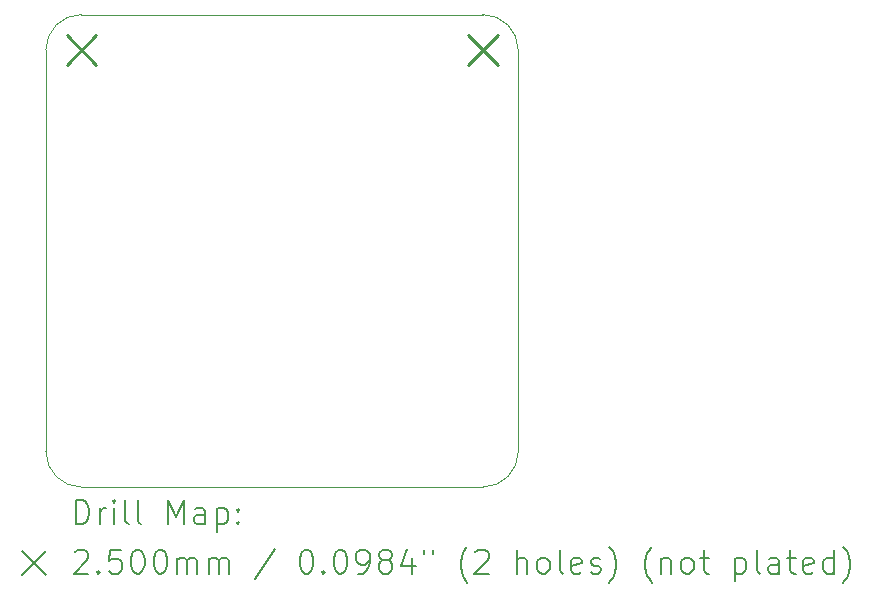
<source format=gbr>
%FSLAX45Y45*%
G04 Gerber Fmt 4.5, Leading zero omitted, Abs format (unit mm)*
G04 Created by KiCad (PCBNEW (6.0.0-0)) date 2022-08-17 15:39:10*
%MOMM*%
%LPD*%
G01*
G04 APERTURE LIST*
%TA.AperFunction,Profile*%
%ADD10C,0.050000*%
%TD*%
%ADD11C,0.200000*%
%ADD12C,0.250000*%
G04 APERTURE END LIST*
D10*
X17000000Y-6300000D02*
G75*
G03*
X16700000Y-6000000I-300000J0D01*
G01*
X13000000Y-9700000D02*
X13000000Y-6300000D01*
X13300000Y-6000000D02*
G75*
G03*
X13000000Y-6300000I0J-300000D01*
G01*
X16700000Y-10000000D02*
X13300000Y-10000000D01*
X17000000Y-6300000D02*
X17000000Y-9700000D01*
X13300000Y-6000000D02*
X16700000Y-6000000D01*
X16700000Y-10000000D02*
G75*
G03*
X17000000Y-9700000I0J300000D01*
G01*
X13000000Y-9700000D02*
G75*
G03*
X13300000Y-10000000I300000J0D01*
G01*
D11*
D12*
X13175000Y-6175000D02*
X13425000Y-6425000D01*
X13425000Y-6175000D02*
X13175000Y-6425000D01*
X16575000Y-6175000D02*
X16825000Y-6425000D01*
X16825000Y-6175000D02*
X16575000Y-6425000D01*
D11*
X13255119Y-10312976D02*
X13255119Y-10112976D01*
X13302738Y-10112976D01*
X13331309Y-10122500D01*
X13350357Y-10141548D01*
X13359881Y-10160595D01*
X13369405Y-10198690D01*
X13369405Y-10227262D01*
X13359881Y-10265357D01*
X13350357Y-10284405D01*
X13331309Y-10303452D01*
X13302738Y-10312976D01*
X13255119Y-10312976D01*
X13455119Y-10312976D02*
X13455119Y-10179643D01*
X13455119Y-10217738D02*
X13464643Y-10198690D01*
X13474167Y-10189167D01*
X13493214Y-10179643D01*
X13512262Y-10179643D01*
X13578928Y-10312976D02*
X13578928Y-10179643D01*
X13578928Y-10112976D02*
X13569405Y-10122500D01*
X13578928Y-10132024D01*
X13588452Y-10122500D01*
X13578928Y-10112976D01*
X13578928Y-10132024D01*
X13702738Y-10312976D02*
X13683690Y-10303452D01*
X13674167Y-10284405D01*
X13674167Y-10112976D01*
X13807500Y-10312976D02*
X13788452Y-10303452D01*
X13778928Y-10284405D01*
X13778928Y-10112976D01*
X14036071Y-10312976D02*
X14036071Y-10112976D01*
X14102738Y-10255833D01*
X14169405Y-10112976D01*
X14169405Y-10312976D01*
X14350357Y-10312976D02*
X14350357Y-10208214D01*
X14340833Y-10189167D01*
X14321786Y-10179643D01*
X14283690Y-10179643D01*
X14264643Y-10189167D01*
X14350357Y-10303452D02*
X14331309Y-10312976D01*
X14283690Y-10312976D01*
X14264643Y-10303452D01*
X14255119Y-10284405D01*
X14255119Y-10265357D01*
X14264643Y-10246310D01*
X14283690Y-10236786D01*
X14331309Y-10236786D01*
X14350357Y-10227262D01*
X14445595Y-10179643D02*
X14445595Y-10379643D01*
X14445595Y-10189167D02*
X14464643Y-10179643D01*
X14502738Y-10179643D01*
X14521786Y-10189167D01*
X14531309Y-10198690D01*
X14540833Y-10217738D01*
X14540833Y-10274881D01*
X14531309Y-10293929D01*
X14521786Y-10303452D01*
X14502738Y-10312976D01*
X14464643Y-10312976D01*
X14445595Y-10303452D01*
X14626548Y-10293929D02*
X14636071Y-10303452D01*
X14626548Y-10312976D01*
X14617024Y-10303452D01*
X14626548Y-10293929D01*
X14626548Y-10312976D01*
X14626548Y-10189167D02*
X14636071Y-10198690D01*
X14626548Y-10208214D01*
X14617024Y-10198690D01*
X14626548Y-10189167D01*
X14626548Y-10208214D01*
X12797500Y-10542500D02*
X12997500Y-10742500D01*
X12997500Y-10542500D02*
X12797500Y-10742500D01*
X13245595Y-10552024D02*
X13255119Y-10542500D01*
X13274167Y-10532976D01*
X13321786Y-10532976D01*
X13340833Y-10542500D01*
X13350357Y-10552024D01*
X13359881Y-10571071D01*
X13359881Y-10590119D01*
X13350357Y-10618690D01*
X13236071Y-10732976D01*
X13359881Y-10732976D01*
X13445595Y-10713929D02*
X13455119Y-10723452D01*
X13445595Y-10732976D01*
X13436071Y-10723452D01*
X13445595Y-10713929D01*
X13445595Y-10732976D01*
X13636071Y-10532976D02*
X13540833Y-10532976D01*
X13531309Y-10628214D01*
X13540833Y-10618690D01*
X13559881Y-10609167D01*
X13607500Y-10609167D01*
X13626548Y-10618690D01*
X13636071Y-10628214D01*
X13645595Y-10647262D01*
X13645595Y-10694881D01*
X13636071Y-10713929D01*
X13626548Y-10723452D01*
X13607500Y-10732976D01*
X13559881Y-10732976D01*
X13540833Y-10723452D01*
X13531309Y-10713929D01*
X13769405Y-10532976D02*
X13788452Y-10532976D01*
X13807500Y-10542500D01*
X13817024Y-10552024D01*
X13826548Y-10571071D01*
X13836071Y-10609167D01*
X13836071Y-10656786D01*
X13826548Y-10694881D01*
X13817024Y-10713929D01*
X13807500Y-10723452D01*
X13788452Y-10732976D01*
X13769405Y-10732976D01*
X13750357Y-10723452D01*
X13740833Y-10713929D01*
X13731309Y-10694881D01*
X13721786Y-10656786D01*
X13721786Y-10609167D01*
X13731309Y-10571071D01*
X13740833Y-10552024D01*
X13750357Y-10542500D01*
X13769405Y-10532976D01*
X13959881Y-10532976D02*
X13978928Y-10532976D01*
X13997976Y-10542500D01*
X14007500Y-10552024D01*
X14017024Y-10571071D01*
X14026548Y-10609167D01*
X14026548Y-10656786D01*
X14017024Y-10694881D01*
X14007500Y-10713929D01*
X13997976Y-10723452D01*
X13978928Y-10732976D01*
X13959881Y-10732976D01*
X13940833Y-10723452D01*
X13931309Y-10713929D01*
X13921786Y-10694881D01*
X13912262Y-10656786D01*
X13912262Y-10609167D01*
X13921786Y-10571071D01*
X13931309Y-10552024D01*
X13940833Y-10542500D01*
X13959881Y-10532976D01*
X14112262Y-10732976D02*
X14112262Y-10599643D01*
X14112262Y-10618690D02*
X14121786Y-10609167D01*
X14140833Y-10599643D01*
X14169405Y-10599643D01*
X14188452Y-10609167D01*
X14197976Y-10628214D01*
X14197976Y-10732976D01*
X14197976Y-10628214D02*
X14207500Y-10609167D01*
X14226548Y-10599643D01*
X14255119Y-10599643D01*
X14274167Y-10609167D01*
X14283690Y-10628214D01*
X14283690Y-10732976D01*
X14378928Y-10732976D02*
X14378928Y-10599643D01*
X14378928Y-10618690D02*
X14388452Y-10609167D01*
X14407500Y-10599643D01*
X14436071Y-10599643D01*
X14455119Y-10609167D01*
X14464643Y-10628214D01*
X14464643Y-10732976D01*
X14464643Y-10628214D02*
X14474167Y-10609167D01*
X14493214Y-10599643D01*
X14521786Y-10599643D01*
X14540833Y-10609167D01*
X14550357Y-10628214D01*
X14550357Y-10732976D01*
X14940833Y-10523452D02*
X14769405Y-10780595D01*
X15197976Y-10532976D02*
X15217024Y-10532976D01*
X15236071Y-10542500D01*
X15245595Y-10552024D01*
X15255119Y-10571071D01*
X15264643Y-10609167D01*
X15264643Y-10656786D01*
X15255119Y-10694881D01*
X15245595Y-10713929D01*
X15236071Y-10723452D01*
X15217024Y-10732976D01*
X15197976Y-10732976D01*
X15178928Y-10723452D01*
X15169405Y-10713929D01*
X15159881Y-10694881D01*
X15150357Y-10656786D01*
X15150357Y-10609167D01*
X15159881Y-10571071D01*
X15169405Y-10552024D01*
X15178928Y-10542500D01*
X15197976Y-10532976D01*
X15350357Y-10713929D02*
X15359881Y-10723452D01*
X15350357Y-10732976D01*
X15340833Y-10723452D01*
X15350357Y-10713929D01*
X15350357Y-10732976D01*
X15483690Y-10532976D02*
X15502738Y-10532976D01*
X15521786Y-10542500D01*
X15531309Y-10552024D01*
X15540833Y-10571071D01*
X15550357Y-10609167D01*
X15550357Y-10656786D01*
X15540833Y-10694881D01*
X15531309Y-10713929D01*
X15521786Y-10723452D01*
X15502738Y-10732976D01*
X15483690Y-10732976D01*
X15464643Y-10723452D01*
X15455119Y-10713929D01*
X15445595Y-10694881D01*
X15436071Y-10656786D01*
X15436071Y-10609167D01*
X15445595Y-10571071D01*
X15455119Y-10552024D01*
X15464643Y-10542500D01*
X15483690Y-10532976D01*
X15645595Y-10732976D02*
X15683690Y-10732976D01*
X15702738Y-10723452D01*
X15712262Y-10713929D01*
X15731309Y-10685357D01*
X15740833Y-10647262D01*
X15740833Y-10571071D01*
X15731309Y-10552024D01*
X15721786Y-10542500D01*
X15702738Y-10532976D01*
X15664643Y-10532976D01*
X15645595Y-10542500D01*
X15636071Y-10552024D01*
X15626548Y-10571071D01*
X15626548Y-10618690D01*
X15636071Y-10637738D01*
X15645595Y-10647262D01*
X15664643Y-10656786D01*
X15702738Y-10656786D01*
X15721786Y-10647262D01*
X15731309Y-10637738D01*
X15740833Y-10618690D01*
X15855119Y-10618690D02*
X15836071Y-10609167D01*
X15826548Y-10599643D01*
X15817024Y-10580595D01*
X15817024Y-10571071D01*
X15826548Y-10552024D01*
X15836071Y-10542500D01*
X15855119Y-10532976D01*
X15893214Y-10532976D01*
X15912262Y-10542500D01*
X15921786Y-10552024D01*
X15931309Y-10571071D01*
X15931309Y-10580595D01*
X15921786Y-10599643D01*
X15912262Y-10609167D01*
X15893214Y-10618690D01*
X15855119Y-10618690D01*
X15836071Y-10628214D01*
X15826548Y-10637738D01*
X15817024Y-10656786D01*
X15817024Y-10694881D01*
X15826548Y-10713929D01*
X15836071Y-10723452D01*
X15855119Y-10732976D01*
X15893214Y-10732976D01*
X15912262Y-10723452D01*
X15921786Y-10713929D01*
X15931309Y-10694881D01*
X15931309Y-10656786D01*
X15921786Y-10637738D01*
X15912262Y-10628214D01*
X15893214Y-10618690D01*
X16102738Y-10599643D02*
X16102738Y-10732976D01*
X16055119Y-10523452D02*
X16007500Y-10666310D01*
X16131309Y-10666310D01*
X16197976Y-10532976D02*
X16197976Y-10571071D01*
X16274167Y-10532976D02*
X16274167Y-10571071D01*
X16569405Y-10809167D02*
X16559881Y-10799643D01*
X16540833Y-10771071D01*
X16531309Y-10752024D01*
X16521786Y-10723452D01*
X16512262Y-10675833D01*
X16512262Y-10637738D01*
X16521786Y-10590119D01*
X16531309Y-10561548D01*
X16540833Y-10542500D01*
X16559881Y-10513929D01*
X16569405Y-10504405D01*
X16636071Y-10552024D02*
X16645595Y-10542500D01*
X16664643Y-10532976D01*
X16712262Y-10532976D01*
X16731309Y-10542500D01*
X16740833Y-10552024D01*
X16750357Y-10571071D01*
X16750357Y-10590119D01*
X16740833Y-10618690D01*
X16626548Y-10732976D01*
X16750357Y-10732976D01*
X16988452Y-10732976D02*
X16988452Y-10532976D01*
X17074167Y-10732976D02*
X17074167Y-10628214D01*
X17064643Y-10609167D01*
X17045595Y-10599643D01*
X17017024Y-10599643D01*
X16997976Y-10609167D01*
X16988452Y-10618690D01*
X17197976Y-10732976D02*
X17178929Y-10723452D01*
X17169405Y-10713929D01*
X17159881Y-10694881D01*
X17159881Y-10637738D01*
X17169405Y-10618690D01*
X17178929Y-10609167D01*
X17197976Y-10599643D01*
X17226548Y-10599643D01*
X17245595Y-10609167D01*
X17255119Y-10618690D01*
X17264643Y-10637738D01*
X17264643Y-10694881D01*
X17255119Y-10713929D01*
X17245595Y-10723452D01*
X17226548Y-10732976D01*
X17197976Y-10732976D01*
X17378929Y-10732976D02*
X17359881Y-10723452D01*
X17350357Y-10704405D01*
X17350357Y-10532976D01*
X17531310Y-10723452D02*
X17512262Y-10732976D01*
X17474167Y-10732976D01*
X17455119Y-10723452D01*
X17445595Y-10704405D01*
X17445595Y-10628214D01*
X17455119Y-10609167D01*
X17474167Y-10599643D01*
X17512262Y-10599643D01*
X17531310Y-10609167D01*
X17540833Y-10628214D01*
X17540833Y-10647262D01*
X17445595Y-10666310D01*
X17617024Y-10723452D02*
X17636071Y-10732976D01*
X17674167Y-10732976D01*
X17693214Y-10723452D01*
X17702738Y-10704405D01*
X17702738Y-10694881D01*
X17693214Y-10675833D01*
X17674167Y-10666310D01*
X17645595Y-10666310D01*
X17626548Y-10656786D01*
X17617024Y-10637738D01*
X17617024Y-10628214D01*
X17626548Y-10609167D01*
X17645595Y-10599643D01*
X17674167Y-10599643D01*
X17693214Y-10609167D01*
X17769405Y-10809167D02*
X17778929Y-10799643D01*
X17797976Y-10771071D01*
X17807500Y-10752024D01*
X17817024Y-10723452D01*
X17826548Y-10675833D01*
X17826548Y-10637738D01*
X17817024Y-10590119D01*
X17807500Y-10561548D01*
X17797976Y-10542500D01*
X17778929Y-10513929D01*
X17769405Y-10504405D01*
X18131310Y-10809167D02*
X18121786Y-10799643D01*
X18102738Y-10771071D01*
X18093214Y-10752024D01*
X18083690Y-10723452D01*
X18074167Y-10675833D01*
X18074167Y-10637738D01*
X18083690Y-10590119D01*
X18093214Y-10561548D01*
X18102738Y-10542500D01*
X18121786Y-10513929D01*
X18131310Y-10504405D01*
X18207500Y-10599643D02*
X18207500Y-10732976D01*
X18207500Y-10618690D02*
X18217024Y-10609167D01*
X18236071Y-10599643D01*
X18264643Y-10599643D01*
X18283690Y-10609167D01*
X18293214Y-10628214D01*
X18293214Y-10732976D01*
X18417024Y-10732976D02*
X18397976Y-10723452D01*
X18388452Y-10713929D01*
X18378929Y-10694881D01*
X18378929Y-10637738D01*
X18388452Y-10618690D01*
X18397976Y-10609167D01*
X18417024Y-10599643D01*
X18445595Y-10599643D01*
X18464643Y-10609167D01*
X18474167Y-10618690D01*
X18483690Y-10637738D01*
X18483690Y-10694881D01*
X18474167Y-10713929D01*
X18464643Y-10723452D01*
X18445595Y-10732976D01*
X18417024Y-10732976D01*
X18540833Y-10599643D02*
X18617024Y-10599643D01*
X18569405Y-10532976D02*
X18569405Y-10704405D01*
X18578929Y-10723452D01*
X18597976Y-10732976D01*
X18617024Y-10732976D01*
X18836071Y-10599643D02*
X18836071Y-10799643D01*
X18836071Y-10609167D02*
X18855119Y-10599643D01*
X18893214Y-10599643D01*
X18912262Y-10609167D01*
X18921786Y-10618690D01*
X18931310Y-10637738D01*
X18931310Y-10694881D01*
X18921786Y-10713929D01*
X18912262Y-10723452D01*
X18893214Y-10732976D01*
X18855119Y-10732976D01*
X18836071Y-10723452D01*
X19045595Y-10732976D02*
X19026548Y-10723452D01*
X19017024Y-10704405D01*
X19017024Y-10532976D01*
X19207500Y-10732976D02*
X19207500Y-10628214D01*
X19197976Y-10609167D01*
X19178929Y-10599643D01*
X19140833Y-10599643D01*
X19121786Y-10609167D01*
X19207500Y-10723452D02*
X19188452Y-10732976D01*
X19140833Y-10732976D01*
X19121786Y-10723452D01*
X19112262Y-10704405D01*
X19112262Y-10685357D01*
X19121786Y-10666310D01*
X19140833Y-10656786D01*
X19188452Y-10656786D01*
X19207500Y-10647262D01*
X19274167Y-10599643D02*
X19350357Y-10599643D01*
X19302738Y-10532976D02*
X19302738Y-10704405D01*
X19312262Y-10723452D01*
X19331310Y-10732976D01*
X19350357Y-10732976D01*
X19493214Y-10723452D02*
X19474167Y-10732976D01*
X19436071Y-10732976D01*
X19417024Y-10723452D01*
X19407500Y-10704405D01*
X19407500Y-10628214D01*
X19417024Y-10609167D01*
X19436071Y-10599643D01*
X19474167Y-10599643D01*
X19493214Y-10609167D01*
X19502738Y-10628214D01*
X19502738Y-10647262D01*
X19407500Y-10666310D01*
X19674167Y-10732976D02*
X19674167Y-10532976D01*
X19674167Y-10723452D02*
X19655119Y-10732976D01*
X19617024Y-10732976D01*
X19597976Y-10723452D01*
X19588452Y-10713929D01*
X19578929Y-10694881D01*
X19578929Y-10637738D01*
X19588452Y-10618690D01*
X19597976Y-10609167D01*
X19617024Y-10599643D01*
X19655119Y-10599643D01*
X19674167Y-10609167D01*
X19750357Y-10809167D02*
X19759881Y-10799643D01*
X19778929Y-10771071D01*
X19788452Y-10752024D01*
X19797976Y-10723452D01*
X19807500Y-10675833D01*
X19807500Y-10637738D01*
X19797976Y-10590119D01*
X19788452Y-10561548D01*
X19778929Y-10542500D01*
X19759881Y-10513929D01*
X19750357Y-10504405D01*
M02*

</source>
